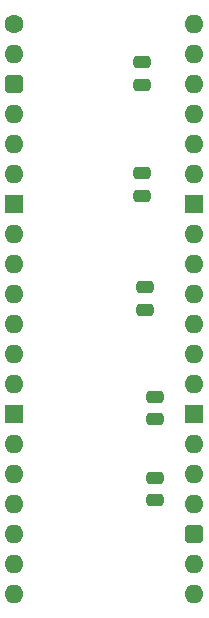
<source format=gbr>
%TF.GenerationSoftware,KiCad,Pcbnew,7.0.5*%
%TF.CreationDate,2024-01-10T12:53:25+02:00*%
%TF.ProjectId,HCP65 Device Reset,48435036-3520-4446-9576-696365205265,rev?*%
%TF.SameCoordinates,Original*%
%TF.FileFunction,Soldermask,Bot*%
%TF.FilePolarity,Negative*%
%FSLAX46Y46*%
G04 Gerber Fmt 4.6, Leading zero omitted, Abs format (unit mm)*
G04 Created by KiCad (PCBNEW 7.0.5) date 2024-01-10 12:53:25*
%MOMM*%
%LPD*%
G01*
G04 APERTURE LIST*
G04 Aperture macros list*
%AMRoundRect*
0 Rectangle with rounded corners*
0 $1 Rounding radius*
0 $2 $3 $4 $5 $6 $7 $8 $9 X,Y pos of 4 corners*
0 Add a 4 corners polygon primitive as box body*
4,1,4,$2,$3,$4,$5,$6,$7,$8,$9,$2,$3,0*
0 Add four circle primitives for the rounded corners*
1,1,$1+$1,$2,$3*
1,1,$1+$1,$4,$5*
1,1,$1+$1,$6,$7*
1,1,$1+$1,$8,$9*
0 Add four rect primitives between the rounded corners*
20,1,$1+$1,$2,$3,$4,$5,0*
20,1,$1+$1,$4,$5,$6,$7,0*
20,1,$1+$1,$6,$7,$8,$9,0*
20,1,$1+$1,$8,$9,$2,$3,0*%
G04 Aperture macros list end*
%ADD10C,1.600000*%
%ADD11O,1.600000X1.600000*%
%ADD12RoundRect,0.400000X-0.400000X-0.400000X0.400000X-0.400000X0.400000X0.400000X-0.400000X0.400000X0*%
%ADD13R,1.600000X1.600000*%
%ADD14RoundRect,0.250000X-0.475000X0.250000X-0.475000X-0.250000X0.475000X-0.250000X0.475000X0.250000X0*%
G04 APERTURE END LIST*
D10*
%TO.C,J4*%
X86360000Y-71120000D03*
D11*
X86360000Y-73660000D03*
D12*
X86360000Y-76200000D03*
D11*
X86360000Y-78740000D03*
X86360000Y-81280000D03*
X86360000Y-83820000D03*
D13*
X86360000Y-86360000D03*
D11*
X86360000Y-88900000D03*
X86360000Y-91440000D03*
X86360000Y-93980000D03*
X86360000Y-96520000D03*
X86360000Y-99060000D03*
X86360000Y-101600000D03*
D13*
X86360000Y-104140000D03*
D11*
X86360000Y-106680000D03*
X86360000Y-109220000D03*
X86360000Y-111760000D03*
X86360000Y-114300000D03*
X86360000Y-116840000D03*
X86360000Y-119380000D03*
X101600000Y-119380000D03*
X101600000Y-116840000D03*
D12*
X101600000Y-114300000D03*
D11*
X101600000Y-111760000D03*
X101600000Y-109220000D03*
X101600000Y-106680000D03*
D13*
X101600000Y-104140000D03*
D11*
X101600000Y-101600000D03*
X101600000Y-99060000D03*
X101600000Y-96520000D03*
X101600000Y-93980000D03*
X101600000Y-91440000D03*
X101600000Y-88900000D03*
D13*
X101600000Y-86360000D03*
D11*
X101600000Y-83820000D03*
X101600000Y-81280000D03*
X101600000Y-78740000D03*
X101600000Y-76200000D03*
X101600000Y-73660000D03*
X101600000Y-71120000D03*
%TD*%
D14*
%TO.C,C8*%
X97409000Y-93427000D03*
X97409000Y-95327000D03*
%TD*%
%TO.C,C1*%
X97155000Y-83775000D03*
X97155000Y-85675000D03*
%TD*%
%TO.C,C2*%
X97155000Y-74377000D03*
X97155000Y-76277000D03*
%TD*%
%TO.C,C7*%
X98298000Y-109556000D03*
X98298000Y-111456000D03*
%TD*%
%TO.C,C6*%
X98298000Y-102698000D03*
X98298000Y-104598000D03*
%TD*%
M02*

</source>
